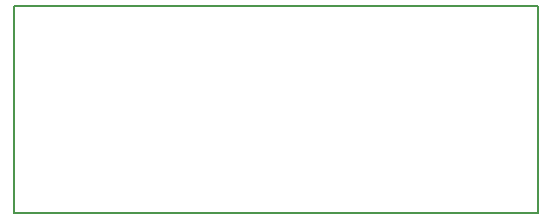
<source format=gbr>
%FSLAX23Y23*%
%MOIN*%
G04 EasyPC Gerber Version 17.0 Build 3379 *
%ADD22C,0.00500*%
X0Y0D02*
D02*
D22*
X1844Y228D02*
X98D01*
Y918*
X1844*
Y228*
X0Y0D02*
M02*

</source>
